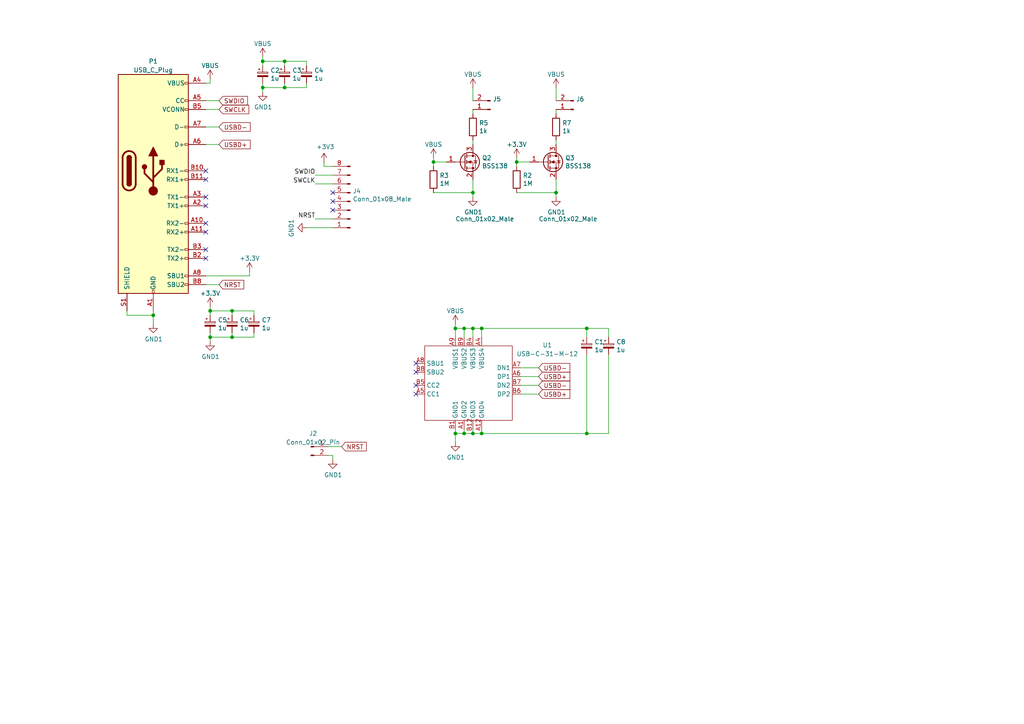
<source format=kicad_sch>
(kicad_sch (version 20230121) (generator eeschema)
  (paper "A4")
  (lib_symbols
    (symbol "Connector:Conn_01x02_Pin" (pin_names (offset 1.016) hide)
      (property "Reference" "J" (at 0 2.54 0))
      (property "Value" "Conn_01x02_Pin" (at 0 -5.08 0))
      (symbol "Conn_01x02_Pin_1_1"
        (polyline (pts (xy 1.27 -2.54) (xy 0.8636 -2.54)) (stroke (width 0.1524)))
        (polyline (pts (xy 1.27 0) (xy 0.8636 0)) (stroke (width 0.1524)))
        (rectangle (start 0.8636 -2.413) (end 0 -2.667) (stroke (width 0.1524)) (fill (type outline)))
        (rectangle (start 0.8636 0.127) (end 0 -0.127) (stroke (width 0.1524)) (fill (type outline)))
        (pin passive line (at 5.08 0 180) (length 3.81) (name "Pin_1") (number "1"))
        (pin passive line (at 5.08 -2.54 180) (length 3.81) (name "Pin_2") (number "2"))
      )
    )
    (symbol "Connector:Conn_01x08_Male" (pin_names (offset 1.016) hide)
      (property "Reference" "J" (at 0 10.16 0))
      (property "Value" "Conn_01x08_Male" (at 0 -12.7 0))
      (symbol "Conn_01x08_Male_1_1"
        (polyline (pts (xy 1.27 -10.16) (xy 0.8636 -10.16)) (stroke (width 0.1524)))
        (polyline (pts (xy 1.27 -7.62) (xy 0.8636 -7.62)) (stroke (width 0.1524)))
        (polyline (pts (xy 1.27 -5.08) (xy 0.8636 -5.08)) (stroke (width 0.1524)))
        (polyline (pts (xy 1.27 -2.54) (xy 0.8636 -2.54)) (stroke (width 0.1524)))
        (polyline (pts (xy 1.27 0) (xy 0.8636 0)) (stroke (width 0.1524)))
        (polyline (pts (xy 1.27 2.54) (xy 0.8636 2.54)) (stroke (width 0.1524)))
        (polyline (pts (xy 1.27 5.08) (xy 0.8636 5.08)) (stroke (width 0.1524)))
        (polyline (pts (xy 1.27 7.62) (xy 0.8636 7.62)) (stroke (width 0.1524)))
        (rectangle (start 0.8636 -10.033) (end 0 -10.287) (stroke (width 0.1524)) (fill (type outline)))
        (rectangle (start 0.8636 -7.493) (end 0 -7.747) (stroke (width 0.1524)) (fill (type outline)))
        (rectangle (start 0.8636 -4.953) (end 0 -5.207) (stroke (width 0.1524)) (fill (type outline)))
        (rectangle (start 0.8636 -2.413) (end 0 -2.667) (stroke (width 0.1524)) (fill (type outline)))
        (rectangle (start 0.8636 0.127) (end 0 -0.127) (stroke (width 0.1524)) (fill (type outline)))
        (rectangle (start 0.8636 2.667) (end 0 2.413) (stroke (width 0.1524)) (fill (type outline)))
        (rectangle (start 0.8636 5.207) (end 0 4.953) (stroke (width 0.1524)) (fill (type outline)))
        (rectangle (start 0.8636 7.747) (end 0 7.493) (stroke (width 0.1524)) (fill (type outline)))
        (pin passive line (at 5.08 7.62 180) (length 3.81) (name "Pin_1") (number "1"))
        (pin passive line (at 5.08 5.08 180) (length 3.81) (name "Pin_2") (number "2"))
        (pin passive line (at 5.08 2.54 180) (length 3.81) (name "Pin_3") (number "3"))
        (pin passive line (at 5.08 0 180) (length 3.81) (name "Pin_4") (number "4"))
        (pin passive line (at 5.08 -2.54 180) (length 3.81) (name "Pin_5") (number "5"))
        (pin passive line (at 5.08 -5.08 180) (length 3.81) (name "Pin_6") (number "6"))
        (pin passive line (at 5.08 -7.62 180) (length 3.81) (name "Pin_7") (number "7"))
        (pin passive line (at 5.08 -10.16 180) (length 3.81) (name "Pin_8") (number "8"))
      )
    )
    (symbol "Connector:USB_C_Plug" (pin_names (offset 1.016))
      (property "Reference" "P" (at -10.16 29.21 0))
      (property "Value" "USB_C_Plug" (at 10.16 29.21 0))
      (symbol "USB_C_Plug_0_0"
        (rectangle (start -0.254 -35.56) (end 0.254 -34.544))
        (rectangle (start 10.16 -32.766) (end 9.144 -33.274))
        (rectangle (start 10.16 -30.226) (end 9.144 -30.734))
        (rectangle (start 10.16 -25.146) (end 9.144 -25.654))
        (rectangle (start 10.16 -22.606) (end 9.144 -23.114))
        (rectangle (start 10.16 -17.526) (end 9.144 -18.034))
        (rectangle (start 10.16 -14.986) (end 9.144 -15.494))
        (rectangle (start 10.16 -9.906) (end 9.144 -10.414))
        (rectangle (start 10.16 -7.366) (end 9.144 -7.874))
        (rectangle (start 10.16 -2.286) (end 9.144 -2.794))
        (rectangle (start 10.16 0.254) (end 9.144 -0.254))
        (rectangle (start 10.16 7.874) (end 9.144 7.366))
        (rectangle (start 10.16 12.954) (end 9.144 12.446))
        (rectangle (start 10.16 18.034) (end 9.144 17.526))
        (rectangle (start 10.16 20.574) (end 9.144 20.066))
        (rectangle (start 10.16 25.654) (end 9.144 25.146))
      )
      (symbol "USB_C_Plug_0_1"
        (rectangle (start -10.16 27.94) (end 10.16 -35.56) (stroke (width 0.254)) (fill (type background)))
        (arc (start -8.89 -3.81) (mid -6.985 -5.7067) (end -5.08 -3.81) (stroke (width 0.508)))
        (arc (start -7.62 -3.81) (mid -6.985 -4.4423) (end -6.35 -3.81) (stroke (width 0.254)))
        (arc (start -7.62 -3.81) (mid -6.985 -4.4423) (end -6.35 -3.81) (stroke (width 0.254)) (fill (type outline)))
        (rectangle (start -7.62 -3.81) (end -6.35 3.81) (stroke (width 0.254)) (fill (type outline)))
        (arc (start -6.35 3.81) (mid -6.985 4.4423) (end -7.62 3.81) (stroke (width 0.254)))
        (arc (start -6.35 3.81) (mid -6.985 4.4423) (end -7.62 3.81) (stroke (width 0.254)) (fill (type outline)))
        (arc (start -5.08 3.81) (mid -6.985 5.7067) (end -8.89 3.81) (stroke (width 0.508)))
        (polyline (pts (xy -8.89 -3.81) (xy -8.89 3.81)) (stroke (width 0.508)))
        (polyline (pts (xy -5.08 3.81) (xy -5.08 -3.81)) (stroke (width 0.508)))
      )
      (symbol "USB_C_Plug_1_1"
        (circle (center -2.54 1.143) (radius 0.635) (stroke (width 0.254)) (fill (type outline)))
        (circle (center 0 -5.842) (radius 1.27) (fill (type outline)))
        (polyline (pts (xy 0 -5.842) (xy 0 4.318)) (stroke (width 0.508)))
        (polyline (pts (xy 0 -3.302) (xy -2.54 -0.762) (xy -2.54 0.508)) (stroke (width 0.508)))
        (polyline (pts (xy 0 -2.032) (xy 2.54 0.508) (xy 2.54 1.778)) (stroke (width 0.508)))
        (polyline (pts (xy -1.27 4.318) (xy 0 6.858) (xy 1.27 4.318) (xy -1.27 4.318)) (stroke (width 0.254)) (fill (type outline)))
        (rectangle (start 1.905 1.778) (end 3.175 3.048) (stroke (width 0.254)) (fill (type outline)))
        (pin passive line (at 0 -40.64 90) (length 5.08) (name "GND") (number "A1"))
        (pin bidirectional line (at 15.24 -15.24 180) (length 5.08) (name "RX2-") (number "A10"))
        (pin bidirectional line (at 15.24 -17.78 180) (length 5.08) (name "RX2+") (number "A11"))
        (pin passive line (at 0 -40.64 90) (length 5.08) hide (name "GND") (number "A12"))
        (pin bidirectional line (at 15.24 -10.16 180) (length 5.08) (name "TX1+") (number "A2"))
        (pin bidirectional line (at 15.24 -7.62 180) (length 5.08) (name "TX1-") (number "A3"))
        (pin passive line (at 15.24 25.4 180) (length 5.08) (name "VBUS") (number "A4"))
        (pin bidirectional line (at 15.24 20.32 180) (length 5.08) (name "CC") (number "A5"))
        (pin bidirectional line (at 15.24 7.62 180) (length 5.08) (name "D+") (number "A6"))
        (pin bidirectional line (at 15.24 12.7 180) (length 5.08) (name "D-") (number "A7"))
        (pin bidirectional line (at 15.24 -30.48 180) (length 5.08) (name "SBU1") (number "A8"))
        (pin passive line (at 15.24 25.4 180) (length 5.08) hide (name "VBUS") (number "A9"))
        (pin passive line (at 0 -40.64 90) (length 5.08) hide (name "GND") (number "B1"))
        (pin bidirectional line (at 15.24 0 180) (length 5.08) (name "RX1-") (number "B10"))
        (pin bidirectional line (at 15.24 -2.54 180) (length 5.08) (name "RX1+") (number "B11"))
        (pin passive line (at 0 -40.64 90) (length 5.08) hide (name "GND") (number "B12"))
        (pin bidirectional line (at 15.24 -25.4 180) (length 5.08) (name "TX2+") (number "B2"))
        (pin bidirectional line (at 15.24 -22.86 180) (length 5.08) (name "TX2-") (number "B3"))
        (pin passive line (at 15.24 25.4 180) (length 5.08) hide (name "VBUS") (number "B4"))
        (pin bidirectional line (at 15.24 17.78 180) (length 5.08) (name "VCONN") (number "B5"))
        (pin bidirectional line (at 15.24 -33.02 180) (length 5.08) (name "SBU2") (number "B8"))
        (pin passive line (at 15.24 25.4 180) (length 5.08) hide (name "VBUS") (number "B9"))
        (pin passive line (at -7.62 -40.64 90) (length 5.08) (name "SHIELD") (number "S1"))
      )
    )
    (symbol "Device:R" (pin_numbers hide) (pin_names (offset 0))
      (property "Reference" "R" (at 2.032 0 90))
      (property "Value" "R" (at 0 0 90))
      (symbol "R_0_1"
        (rectangle (start -1.016 -2.54) (end 1.016 2.54) (stroke (width 0.254)))
      )
      (symbol "R_1_1"
        (pin passive line (at 0 3.81 270) (length 1.27) (name "~") (number "1"))
        (pin passive line (at 0 -3.81 90) (length 1.27) (name "~") (number "2"))
      )
    )
    (symbol "Transistor_FET:BSS138" (pin_names hide)
      (property "Reference" "Q" (at 5.08 1.905 0))
      (property "Value" "BSS138" (at 5.08 0 0))
      (symbol "BSS138_0_1"
        (polyline (pts (xy 0.254 0) (xy -2.54 0)))
        (polyline (pts (xy 0.254 1.905) (xy 0.254 -1.905)) (stroke (width 0.254)))
        (polyline (pts (xy 0.762 -1.27) (xy 0.762 -2.286)) (stroke (width 0.254)))
        (polyline (pts (xy 0.762 0.508) (xy 0.762 -0.508)) (stroke (width 0.254)))
        (polyline (pts (xy 0.762 2.286) (xy 0.762 1.27)) (stroke (width 0.254)))
        (polyline (pts (xy 2.54 2.54) (xy 2.54 1.778)))
        (polyline (pts (xy 2.54 -2.54) (xy 2.54 0) (xy 0.762 0)))
        (polyline (pts (xy 0.762 -1.778) (xy 3.302 -1.778) (xy 3.302 1.778) (xy 0.762 1.778)))
        (polyline (pts (xy 1.016 0) (xy 2.032 0.381) (xy 2.032 -0.381) (xy 1.016 0)) (fill (type outline)))
        (polyline (pts (xy 2.794 0.508) (xy 2.921 0.381) (xy 3.683 0.381) (xy 3.81 0.254)))
        (polyline (pts (xy 3.302 0.381) (xy 2.921 -0.254) (xy 3.683 -0.254) (xy 3.302 0.381)))
        (circle (center 1.651 0) (radius 2.794) (stroke (width 0.254)))
        (circle (center 2.54 -1.778) (radius 0.254) (fill (type outline)))
        (circle (center 2.54 1.778) (radius 0.254) (fill (type outline)))
      )
      (symbol "BSS138_1_1"
        (pin input line (at -5.08 0 0) (length 2.54) (name "G") (number "1"))
        (pin passive line (at 2.54 -5.08 90) (length 2.54) (name "S") (number "2"))
        (pin passive line (at 2.54 5.08 270) (length 2.54) (name "D") (number "3"))
      )
    )
    (symbol "power:+3.3V" (power) (pin_names (offset 0))
      (property "Value" "+3.3V" (at 0 3.556 0))
      (symbol "+3.3V_0_1"
        (polyline (pts (xy -0.762 1.27) (xy 0 2.54)))
        (polyline (pts (xy 0 0) (xy 0 2.54)))
        (polyline (pts (xy 0 2.54) (xy 0.762 1.27)))
      )
      (symbol "+3.3V_1_1"
        (pin power_in line (at 0 0 90) (length 0) hide (name "+3.3V") (number "1"))
      )
    )
    (symbol "power:GND1" (power) (pin_names (offset 0))
      (property "Value" "GND1" (at 0 -3.81 0))
      (symbol "GND1_0_1"
        (polyline (pts (xy 0 0) (xy 0 -1.27) (xy 1.27 -1.27) (xy 0 -2.54) (xy -1.27 -1.27) (xy 0 -1.27)))
      )
      (symbol "GND1_1_1"
        (pin power_in line (at 0 0 270) (length 0) hide (name "GND1") (number "1"))
      )
    )
    (symbol "power:VBUS" (power) (pin_names (offset 0))
      (property "Value" "VBUS" (at 0 3.81 0))
      (symbol "VBUS_0_1"
        (polyline (pts (xy -0.762 1.27) (xy 0 2.54)))
        (polyline (pts (xy 0 0) (xy 0 2.54)))
        (polyline (pts (xy 0 2.54) (xy 0.762 1.27)))
      )
      (symbol "VBUS_1_1"
        (pin power_in line (at 0 0 90) (length 0) hide (name "VBUS") (number "1"))
      )
    )
    (symbol "small_led_driver-rescue:Conn_01x02_Male-Connector" (pin_names (offset 1.016) hide)
      (property "Reference" "J" (at 0 2.54 0))
      (property "Value" "Connector_Conn_01x02_Male" (at 0 -5.08 0))
      (symbol "Conn_01x02_Male-Connector_1_1"
        (polyline (pts (xy 1.27 -2.54) (xy 0.8636 -2.54)) (stroke (width 0.1524)))
        (polyline (pts (xy 1.27 0) (xy 0.8636 0)) (stroke (width 0.1524)))
        (rectangle (start 0.8636 -2.413) (end 0 -2.667) (stroke (width 0.1524)) (fill (type outline)))
        (rectangle (start 0.8636 0.127) (end 0 -0.127) (stroke (width 0.1524)) (fill (type outline)))
        (pin passive line (at 5.08 0 180) (length 3.81) (name "Pin_1") (number "1"))
        (pin passive line (at 5.08 -2.54 180) (length 3.81) (name "Pin_2") (number "2"))
      )
    )
    (symbol "spudglo_driver_v3p1-rescue:+3.3V-power" (power) (pin_names (offset 0))
      (property "Value" "+3.3V-power" (at 0 3.556 0))
      (symbol "+3.3V-power_0_1"
        (polyline (pts (xy -0.762 1.27) (xy 0 2.54)))
        (polyline (pts (xy 0 0) (xy 0 2.54)))
        (polyline (pts (xy 0 2.54) (xy 0.762 1.27)))
      )
      (symbol "+3.3V-power_1_1"
        (pin power_in line (at 0 0 90) (length 0) hide (name "+3V3") (number "1"))
      )
    )
    (symbol "spudglo_driver_v3p1-rescue:CP_Small-Device" (pin_numbers hide) (pin_names (offset 0.254) hide)
      (property "Reference" "C" (at 0.254 1.778 0))
      (property "Value" "CP_Small-Device" (at 0.254 -2.032 0))
      (symbol "CP_Small-Device_0_1"
        (rectangle (start -1.524 -0.3048) (end 1.524 -0.6858) (fill (type outline)))
        (rectangle (start -1.524 0.6858) (end 1.524 0.3048))
        (polyline (pts (xy -1.27 1.524) (xy -0.762 1.524)))
        (polyline (pts (xy -1.016 1.27) (xy -1.016 1.778)))
      )
      (symbol "CP_Small-Device_1_1"
        (pin passive line (at 0 2.54 270) (length 1.8542) (name "~") (number "1"))
        (pin passive line (at 0 -2.54 90) (length 1.8542) (name "~") (number "2"))
      )
    )
    (symbol "srw_custom:USB-C-31-M-12"
      (property "Reference" "U" (at 0 1.27 0))
      (property "Value" "USB-C-31-M-12" (at 27.94 -24.13 0))
      (symbol "USB-C-31-M-12_0_1"
        (rectangle (start 0 0) (end 25.4 -21.59))
      )
      (symbol "USB-C-31-M-12_1_1"
        (pin input line (at 11.43 -24.13 90) (length 2.54) (name "GND2") (number "A1"))
        (pin input line (at 16.51 -24.13 90) (length 2.54) (name "GND4") (number "A12"))
        (pin input line (at 16.51 2.54 270) (length 2.54) (name "VBUS4") (number "A4"))
        (pin input line (at -2.54 -13.97 0) (length 2.54) (name "CC1") (number "A5"))
        (pin input line (at 27.94 -8.89 180) (length 2.54) (name "DP1") (number "A6"))
        (pin input line (at 27.94 -6.35 180) (length 2.54) (name "DN1") (number "A7"))
        (pin input line (at -2.54 -5.08 0) (length 2.54) (name "SBU1") (number "A8"))
        (pin input line (at 8.89 2.54 270) (length 2.54) (name "VBUS1") (number "A9"))
        (pin input line (at 8.89 -24.13 90) (length 2.54) (name "GND1") (number "B1"))
        (pin input line (at 13.97 -24.13 90) (length 2.54) (name "GND3") (number "B12"))
        (pin input line (at 13.97 2.54 270) (length 2.54) (name "VBUS3") (number "B4"))
        (pin input line (at -2.54 -11.43 0) (length 2.54) (name "CC2") (number "B5"))
        (pin input line (at 27.94 -13.97 180) (length 2.54) (name "DP2") (number "B6"))
        (pin input line (at 27.94 -11.43 180) (length 2.54) (name "DN2") (number "B7"))
        (pin input line (at -2.54 -7.62 0) (length 2.54) (name "SBU2") (number "B8"))
        (pin input line (at 11.43 2.54 270) (length 2.54) (name "VBUS2") (number "B9"))
      )
    )
  )
  (junction (at 60.96 97.79))
  (junction (at 67.31 97.79))
  (junction (at 139.7 125.73))
  (junction (at 76.2 25.4))
  (junction (at 137.16 95.25))
  (junction (at 137.16 55.88))
  (junction (at 76.2 17.78))
  (junction (at 82.55 17.78))
  (junction (at 149.86 46.99))
  (junction (at 170.18 95.25))
  (junction (at 132.08 125.73))
  (junction (at 139.7 95.25))
  (junction (at 82.55 25.4))
  (junction (at 137.16 125.73))
  (junction (at 125.73 46.99))
  (junction (at 134.62 95.25))
  (junction (at 44.45 91.44))
  (junction (at 170.18 125.73))
  (junction (at 134.62 125.73))
  (junction (at 132.08 95.25))
  (junction (at 67.31 90.17))
  (junction (at 60.96 90.17))
  (junction (at 161.29 55.88))
  (no_connect (at 96.52 55.88))
  (no_connect (at 120.65 111.76))
  (no_connect (at 120.65 114.3))
  (no_connect (at 120.65 105.41))
  (no_connect (at 59.69 49.53))
  (no_connect (at 59.69 74.93))
  (no_connect (at 59.69 52.07))
  (no_connect (at 59.69 64.77))
  (no_connect (at 96.52 58.42))
  (no_connect (at 59.69 59.69))
  (no_connect (at 59.69 72.39))
  (no_connect (at 59.69 57.15))
  (no_connect (at 59.69 67.31))
  (no_connect (at 96.52 60.96))
  (no_connect (at 120.65 107.95))
  (wire (pts (xy 170.18 102.87) (xy 170.18 125.73)))
  (wire (pts (xy 59.69 29.21) (xy 63.5 29.21)))
  (wire (pts (xy 151.13 109.22) (xy 156.21 109.22)))
  (wire (pts (xy 60.96 88.9) (xy 60.96 90.17)))
  (wire (pts (xy 151.13 111.76) (xy 156.21 111.76)))
  (wire (pts (xy 137.16 97.79) (xy 137.16 95.25)))
  (wire (pts (xy 44.45 90.17) (xy 44.45 91.44)))
  (wire (pts (xy 95.25 132.08) (xy 96.52 132.08)))
  (wire (pts (xy 96.52 66.04) (xy 88.9 66.04)))
  (wire (pts (xy 59.69 82.55) (xy 63.5 82.55)))
  (wire (pts (xy 151.13 114.3) (xy 156.21 114.3)))
  (wire (pts (xy 139.7 124.46) (xy 139.7 125.73)))
  (wire (pts (xy 139.7 97.79) (xy 139.7 95.25)))
  (wire (pts (xy 59.69 36.83) (xy 63.5 36.83)))
  (wire (pts (xy 88.9 19.05) (xy 88.9 17.78)))
  (wire (pts (xy 125.73 48.26) (xy 125.73 46.99)))
  (wire (pts (xy 91.44 63.5) (xy 96.52 63.5)))
  (wire (pts (xy 161.29 29.21) (xy 161.29 25.4)))
  (wire (pts (xy 161.29 33.02) (xy 161.29 31.75)))
  (wire (pts (xy 125.73 46.99) (xy 129.54 46.99)))
  (wire (pts (xy 73.66 97.79) (xy 67.31 97.79)))
  (wire (pts (xy 134.62 125.73) (xy 137.16 125.73)))
  (wire (pts (xy 132.08 93.98) (xy 132.08 95.25)))
  (wire (pts (xy 176.53 95.25) (xy 170.18 95.25)))
  (wire (pts (xy 176.53 125.73) (xy 170.18 125.73)))
  (wire (pts (xy 76.2 16.51) (xy 76.2 17.78)))
  (wire (pts (xy 67.31 90.17) (xy 60.96 90.17)))
  (wire (pts (xy 132.08 124.46) (xy 132.08 125.73)))
  (wire (pts (xy 132.08 125.73) (xy 134.62 125.73)))
  (wire (pts (xy 76.2 25.4) (xy 82.55 25.4)))
  (wire (pts (xy 76.2 17.78) (xy 76.2 19.05)))
  (wire (pts (xy 93.98 48.26) (xy 93.98 46.99)))
  (wire (pts (xy 125.73 45.72) (xy 125.73 46.99)))
  (wire (pts (xy 132.08 125.73) (xy 132.08 128.27)))
  (wire (pts (xy 149.86 45.72) (xy 149.86 46.99)))
  (wire (pts (xy 67.31 90.17) (xy 67.31 91.44)))
  (wire (pts (xy 76.2 24.13) (xy 76.2 25.4)))
  (wire (pts (xy 137.16 95.25) (xy 134.62 95.25)))
  (wire (pts (xy 134.62 97.79) (xy 134.62 95.25)))
  (wire (pts (xy 73.66 96.52) (xy 73.66 97.79)))
  (wire (pts (xy 44.45 91.44) (xy 44.45 93.98)))
  (wire (pts (xy 91.44 50.8) (xy 96.52 50.8)))
  (wire (pts (xy 137.16 41.91) (xy 137.16 40.64)))
  (wire (pts (xy 137.16 55.88) (xy 137.16 52.07)))
  (wire (pts (xy 60.96 97.79) (xy 60.96 99.06)))
  (wire (pts (xy 170.18 95.25) (xy 170.18 97.79)))
  (wire (pts (xy 139.7 125.73) (xy 170.18 125.73)))
  (wire (pts (xy 36.83 90.17) (xy 36.83 91.44)))
  (wire (pts (xy 59.69 24.13) (xy 60.96 24.13)))
  (wire (pts (xy 176.53 102.87) (xy 176.53 125.73)))
  (wire (pts (xy 134.62 124.46) (xy 134.62 125.73)))
  (wire (pts (xy 139.7 95.25) (xy 170.18 95.25)))
  (wire (pts (xy 73.66 91.44) (xy 73.66 90.17)))
  (wire (pts (xy 149.86 46.99) (xy 153.67 46.99)))
  (wire (pts (xy 67.31 97.79) (xy 67.31 96.52)))
  (wire (pts (xy 137.16 57.15) (xy 137.16 55.88)))
  (wire (pts (xy 72.39 80.01) (xy 72.39 78.74)))
  (wire (pts (xy 161.29 57.15) (xy 161.29 55.88)))
  (wire (pts (xy 137.16 55.88) (xy 125.73 55.88)))
  (wire (pts (xy 137.16 29.21) (xy 137.16 25.4)))
  (wire (pts (xy 59.69 80.01) (xy 72.39 80.01)))
  (wire (pts (xy 82.55 17.78) (xy 82.55 19.05)))
  (wire (pts (xy 161.29 55.88) (xy 149.86 55.88)))
  (wire (pts (xy 88.9 17.78) (xy 82.55 17.78)))
  (wire (pts (xy 132.08 95.25) (xy 132.08 97.79)))
  (wire (pts (xy 96.52 48.26) (xy 93.98 48.26)))
  (wire (pts (xy 95.25 129.54) (xy 99.06 129.54)))
  (wire (pts (xy 137.16 33.02) (xy 137.16 31.75)))
  (wire (pts (xy 137.16 124.46) (xy 137.16 125.73)))
  (wire (pts (xy 59.69 31.75) (xy 63.5 31.75)))
  (wire (pts (xy 60.96 96.52) (xy 60.96 97.79)))
  (wire (pts (xy 139.7 95.25) (xy 137.16 95.25)))
  (wire (pts (xy 137.16 125.73) (xy 139.7 125.73)))
  (wire (pts (xy 96.52 132.08) (xy 96.52 133.35)))
  (wire (pts (xy 60.96 90.17) (xy 60.96 91.44)))
  (wire (pts (xy 59.69 41.91) (xy 63.5 41.91)))
  (wire (pts (xy 91.44 53.34) (xy 96.52 53.34)))
  (wire (pts (xy 88.9 24.13) (xy 88.9 25.4)))
  (wire (pts (xy 60.96 97.79) (xy 67.31 97.79)))
  (wire (pts (xy 151.13 106.68) (xy 156.21 106.68)))
  (wire (pts (xy 134.62 95.25) (xy 132.08 95.25)))
  (wire (pts (xy 161.29 55.88) (xy 161.29 52.07)))
  (wire (pts (xy 73.66 90.17) (xy 67.31 90.17)))
  (wire (pts (xy 76.2 25.4) (xy 76.2 26.67)))
  (wire (pts (xy 176.53 97.79) (xy 176.53 95.25)))
  (wire (pts (xy 82.55 25.4) (xy 82.55 24.13)))
  (wire (pts (xy 149.86 48.26) (xy 149.86 46.99)))
  (wire (pts (xy 82.55 17.78) (xy 76.2 17.78)))
  (wire (pts (xy 36.83 91.44) (xy 44.45 91.44)))
  (wire (pts (xy 88.9 25.4) (xy 82.55 25.4)))
  (wire (pts (xy 60.96 24.13) (xy 60.96 22.86)))
  (wire (pts (xy 161.29 41.91) (xy 161.29 40.64)))
  (label "SWDIO" (at 91.44 50.8 180))
  (label "NRST" (at 91.44 63.5 180))
  (label "SWCLK" (at 91.44 53.34 180))
  (global_label "USBD+" (shape input) (at 156.21 114.3 0) (property "Intersheetrefs" "${INTERSHEET_REFS}" (effects hide)))
  (global_label "USBD+" (shape input) (at 156.21 109.22 0) (property "Intersheetrefs" "${INTERSHEET_REFS}" (effects hide)))
  (global_label "SWDIO" (shape input) (at 63.5 29.21 0) (property "Intersheetrefs" "${INTERSHEET_REFS}" (effects hide)))
  (global_label "USBD-" (shape input) (at 63.5 36.83 0) (property "Intersheetrefs" "${INTERSHEET_REFS}" (effects hide)))
  (global_label "SWCLK" (shape input) (at 63.5 31.75 0) (property "Intersheetrefs" "${INTERSHEET_REFS}" (effects hide)))
  (global_label "NRST" (shape input) (at 99.06 129.54 0) (property "Intersheetrefs" "${INTERSHEET_REFS}" (effects hide)))
  (global_label "USBD-" (shape input) (at 156.21 106.68 0) (property "Intersheetrefs" "${INTERSHEET_REFS}" (effects hide)))
  (global_label "USBD-" (shape input) (at 156.21 111.76 0) (property "Intersheetrefs" "${INTERSHEET_REFS}" (effects hide)))
  (global_label "NRST" (shape input) (at 63.5 82.55 0) (property "Intersheetrefs" "${INTERSHEET_REFS}" (effects hide)))
  (global_label "USBD+" (shape input) (at 63.5 41.91 0) (property "Intersheetrefs" "${INTERSHEET_REFS}" (effects hide)))
  (symbol (lib_id "power:GND1") (at 96.52 133.35 0) (unit 1)
    (property "Reference" "#PWR06" (effects hide))
    (property "Value" "GND1" (at 96.647 137.7442 0))
  )
  (symbol (lib_id "spudglo_driver_v3p1-rescue:CP_Small-Device") (at 76.2 21.59 0) (unit 1)
    (property "Reference" "C2" (at 78.4352 20.4216 0) (effects (justify left)))
    (property "Value" "1u" (at 78.4352 22.733 0) (effects (justify left)))
    (property "Footprint" "Capacitor_SMD:C_0402_1005Metric_Pad0.74x0.62mm_HandSolder" (effects hide))
  )
  (symbol (lib_id "Connector:Conn_01x08_Male") (at 101.6 58.42 180) (unit 1)
    (property "Reference" "J4" (at 102.3112 55.4228 0) (effects (justify right)))
    (property "Value" "Conn_01x08_Male" (at 102.3112 57.7342 0) (effects (justify right)))
    (property "Footprint" "Connector_PinHeader_2.54mm:PinHeader_2x04_P2.54mm_Vertical" (effects hide))
  )
  (symbol (lib_id "spudglo_driver_v3p1-rescue:CP_Small-Device") (at 73.66 93.98 0) (unit 1)
    (property "Reference" "C7" (at 75.8952 92.8116 0) (effects (justify left)))
    (property "Value" "1u" (at 75.8952 95.123 0) (effects (justify left)))
    (property "Footprint" "Capacitor_SMD:C_0402_1005Metric_Pad0.74x0.62mm_HandSolder" (effects hide))
  )
  (symbol (lib_id "small_led_driver-rescue:Conn_01x02_Male-Connector") (at 142.24 31.75 180) (unit 1)
    (property "Reference" "J5" (at 142.9512 28.7528 0) (effects (justify right)))
    (property "Value" "Conn_01x02_Male" (at 132.08 63.5 0) (effects (justify right)))
    (property "Footprint" "Connector_PinHeader_2.54mm:PinHeader_1x02_P2.54mm_Vertical" (effects hide))
  )
  (symbol (lib_id "spudglo_driver_v3p1-rescue:CP_Small-Device") (at 82.55 21.59 0) (unit 1)
    (property "Reference" "C3" (at 84.7852 20.4216 0) (effects (justify left)))
    (property "Value" "1u" (at 84.7852 22.733 0) (effects (justify left)))
    (property "Footprint" "Capacitor_SMD:C_0402_1005Metric_Pad0.74x0.62mm_HandSolder" (effects hide))
  )
  (symbol (lib_id "spudglo_driver_v3p1-rescue:CP_Small-Device") (at 176.53 100.33 0) (unit 1)
    (property "Reference" "C8" (at 178.7652 99.1616 0) (effects (justify left)))
    (property "Value" "1u" (at 178.7652 101.473 0) (effects (justify left)))
    (property "Footprint" "Capacitor_SMD:C_0402_1005Metric_Pad0.74x0.62mm_HandSolder" (effects hide))
  )
  (symbol (lib_id "power:+3.3V") (at 72.39 78.74 0) (unit 1)
    (property "Reference" "#PWR02" (effects hide))
    (property "Value" "+3.3V" (at 72.39 74.93 0))
  )
  (symbol (lib_id "power:GND1") (at 132.08 128.27 0) (unit 1)
    (property "Reference" "#PWR013" (effects hide))
    (property "Value" "GND1" (at 132.207 132.6642 0))
  )
  (symbol (lib_id "power:VBUS") (at 137.16 25.4 0) (unit 1)
    (property "Reference" "#PWR05" (effects hide))
    (property "Value" "VBUS" (at 137.16 21.59 0))
  )
  (symbol (lib_id "Transistor_FET:BSS138") (at 158.75 46.99 0) (unit 1)
    (property "Reference" "Q3" (at 163.9316 45.8216 0) (effects (justify left)))
    (property "Value" "BSS138" (at 163.9316 48.133 0) (effects (justify left)))
    (property "Footprint" "Package_TO_SOT_SMD:SOT-23" (effects hide))
    (property "Datasheet" "https://www.fairchildsemi.com/datasheets/BS/BSS138.pdf" (effects hide))
  )
  (symbol (lib_id "power:GND1") (at 44.45 93.98 0) (unit 1)
    (property "Reference" "#PWR03" (effects hide))
    (property "Value" "GND1" (at 44.577 98.3742 0))
  )
  (symbol (lib_id "power:GND1") (at 76.2 26.67 0) (unit 1)
    (property "Reference" "#PWR011" (effects hide))
    (property "Value" "GND1" (at 76.327 31.0642 0))
  )
  (symbol (lib_id "small_led_driver-rescue:Conn_01x02_Male-Connector") (at 166.37 31.75 180) (unit 1)
    (property "Reference" "J6" (at 167.0812 28.7528 0) (effects (justify right)))
    (property "Value" "Conn_01x02_Male" (at 156.21 63.5 0) (effects (justify right)))
    (property "Footprint" "Connector_PinHeader_2.54mm:PinHeader_1x02_P2.54mm_Vertical" (effects hide))
  )
  (symbol (lib_id "spudglo_driver_v3p1-rescue:CP_Small-Device") (at 170.18 100.33 0) (unit 1)
    (property "Reference" "C1" (at 172.4152 99.1616 0) (effects (justify left)))
    (property "Value" "1u" (at 172.4152 101.473 0) (effects (justify left)))
    (property "Footprint" "Capacitor_SMD:C_0402_1005Metric_Pad0.74x0.62mm_HandSolder" (effects hide))
  )
  (symbol (lib_id "spudglo_driver_v3p1-rescue:CP_Small-Device") (at 60.96 93.98 0) (unit 1)
    (property "Reference" "C5" (at 63.1952 92.8116 0) (effects (justify left)))
    (property "Value" "1u" (at 63.1952 95.123 0) (effects (justify left)))
    (property "Footprint" "Capacitor_SMD:C_0402_1005Metric_Pad0.74x0.62mm_HandSolder" (effects hide))
  )
  (symbol (lib_id "power:GND1") (at 88.9 66.04 270) (unit 1)
    (property "Reference" "#PWR021" (effects hide))
    (property "Value" "GND1" (at 84.5058 66.167 0))
  )
  (symbol (lib_id "power:VBUS") (at 161.29 25.4 0) (unit 1)
    (property "Reference" "#PWR016" (effects hide))
    (property "Value" "VBUS" (at 161.29 21.59 0))
  )
  (symbol (lib_id "Device:R") (at 149.86 52.07 0) (unit 1)
    (property "Reference" "R2" (at 151.638 50.9016 0) (effects (justify left)))
    (property "Value" "1M" (at 151.638 53.213 0) (effects (justify left)))
    (property "Footprint" "Resistor_SMD:R_0402_1005Metric" (effects hide))
  )
  (symbol (lib_id "Device:R") (at 125.73 52.07 0) (unit 1)
    (property "Reference" "R3" (at 127.508 50.9016 0) (effects (justify left)))
    (property "Value" "1M" (at 127.508 53.213 0) (effects (justify left)))
    (property "Footprint" "Resistor_SMD:R_0402_1005Metric" (effects hide))
  )
  (symbol (lib_id "Connector:USB_C_Plug") (at 44.45 49.53 0) (unit 1)
    (property "Reference" "P1" (at 44.45 17.78 0))
    (property "Value" "USB_C_Plug" (at 44.45 20.32 0))
    (property "Footprint" "Connector_USB:USB_C_Plug_JAE_DX07P024AJ1" (effects hide))
    (property "Datasheet" "https://www.usb.org/sites/default/files/documents/usb_type-c.zip" (effects hide))
  )
  (symbol (lib_id "Device:R") (at 137.16 36.83 0) (unit 1)
    (property "Reference" "R5" (at 138.938 35.6616 0) (effects (justify left)))
    (property "Value" "1k" (at 138.938 37.973 0) (effects (justify left)))
    (property "Footprint" "Resistor_SMD:R_0402_1005Metric" (effects hide))
  )
  (symbol (lib_id "power:+3.3V") (at 149.86 45.72 0) (unit 1)
    (property "Reference" "#PWR09" (effects hide))
    (property "Value" "+3.3V" (at 149.86 41.91 0))
  )
  (symbol (lib_id "Connector:Conn_01x02_Pin") (at 90.17 129.54 0) (unit 1)
    (property "Reference" "J2" (at 90.805 125.73 0))
    (property "Value" "Conn_01x02_Pin" (at 90.805 128.27 0))
    (property "Footprint" "Connector_PinHeader_2.54mm:PinHeader_1x02_P2.54mm_Vertical" (effects hide))
  )
  (symbol (lib_id "spudglo_driver_v3p1-rescue:CP_Small-Device") (at 88.9 21.59 0) (unit 1)
    (property "Reference" "C4" (at 91.1352 20.4216 0) (effects (justify left)))
    (property "Value" "1u" (at 91.1352 22.733 0) (effects (justify left)))
    (property "Footprint" "Capacitor_SMD:C_0402_1005Metric_Pad0.74x0.62mm_HandSolder" (effects hide))
  )
  (symbol (lib_id "power:VBUS") (at 125.73 45.72 0) (unit 1)
    (property "Reference" "#PWR018" (effects hide))
    (property "Value" "VBUS" (at 125.73 41.91 0))
  )
  (symbol (lib_id "power:GND1") (at 137.16 57.15 0) (unit 1)
    (property "Reference" "#PWR010" (effects hide))
    (property "Value" "GND1" (at 137.287 61.5442 0))
  )
  (symbol (lib_id "power:GND1") (at 60.96 99.06 0) (unit 1)
    (property "Reference" "#PWR015" (effects hide))
    (property "Value" "GND1" (at 61.087 103.4542 0))
  )
  (symbol (lib_id "power:+3.3V") (at 60.96 88.9 0) (unit 1)
    (property "Reference" "#PWR020" (effects hide))
    (property "Value" "+3.3V" (at 60.96 85.09 0))
  )
  (symbol (lib_id "power:VBUS") (at 132.08 93.98 0) (unit 1)
    (property "Reference" "#PWR012" (effects hide))
    (property "Value" "VBUS" (at 132.08 90.17 0))
  )
  (symbol (lib_id "Transistor_FET:BSS138") (at 134.62 46.99 0) (unit 1)
    (property "Reference" "Q2" (at 139.8016 45.8216 0) (effects (justify left)))
    (property "Value" "BSS138" (at 139.8016 48.133 0) (effects (justify left)))
    (property "Footprint" "Package_TO_SOT_SMD:SOT-23" (effects hide))
    (property "Datasheet" "https://www.fairchildsemi.com/datasheets/BS/BSS138.pdf" (effects hide))
  )
  (symbol (lib_id "Device:R") (at 161.29 36.83 0) (unit 1)
    (property "Reference" "R7" (at 163.068 35.6616 0) (effects (justify left)))
    (property "Value" "1k" (at 163.068 37.973 0) (effects (justify left)))
    (property "Footprint" "Resistor_SMD:R_0402_1005Metric" (effects hide))
  )
  (symbol (lib_id "power:VBUS") (at 76.2 16.51 0) (unit 1)
    (property "Reference" "#PWR07" (effects hide))
    (property "Value" "VBUS" (at 76.2 12.7 0))
  )
  (symbol (lib_id "spudglo_driver_v3p1-rescue:+3.3V-power") (at 93.98 46.99 0) (unit 1)
    (property "Reference" "#PWR022" (effects hide))
    (property "Value" "+3.3V" (at 94.361 42.5958 0))
  )
  (symbol (lib_id "power:VBUS") (at 60.96 22.86 0) (unit 1)
    (property "Reference" "#PWR01" (effects hide))
    (property "Value" "VBUS" (at 60.96 19.05 0))
  )
  (symbol (lib_id "power:GND1") (at 161.29 57.15 0) (unit 1)
    (property "Reference" "#PWR017" (effects hide))
    (property "Value" "GND1" (at 161.417 61.5442 0))
  )
  (symbol (lib_id "spudglo_driver_v3p1-rescue:CP_Small-Device") (at 67.31 93.98 0) (unit 1)
    (property "Reference" "C6" (at 69.5452 92.8116 0) (effects (justify left)))
    (property "Value" "1u" (at 69.5452 95.123 0) (effects (justify left)))
    (property "Footprint" "Capacitor_SMD:C_0402_1005Metric_Pad0.74x0.62mm_HandSolder" (effects hide))
  )
  (symbol (lib_id "srw_custom:USB-C-31-M-12") (at 123.19 100.33 0) (unit 1)
    (property "Reference" "U1" (at 158.75 100.1012 0))
    (property "Value" "USB-C-31-M-12" (at 158.75 102.6412 0))
    (property "Footprint" "Connector_USB:USB_C_Receptacle_HRO_TYPE-C-31-M-12" (effects hide))
  )
)
</source>
